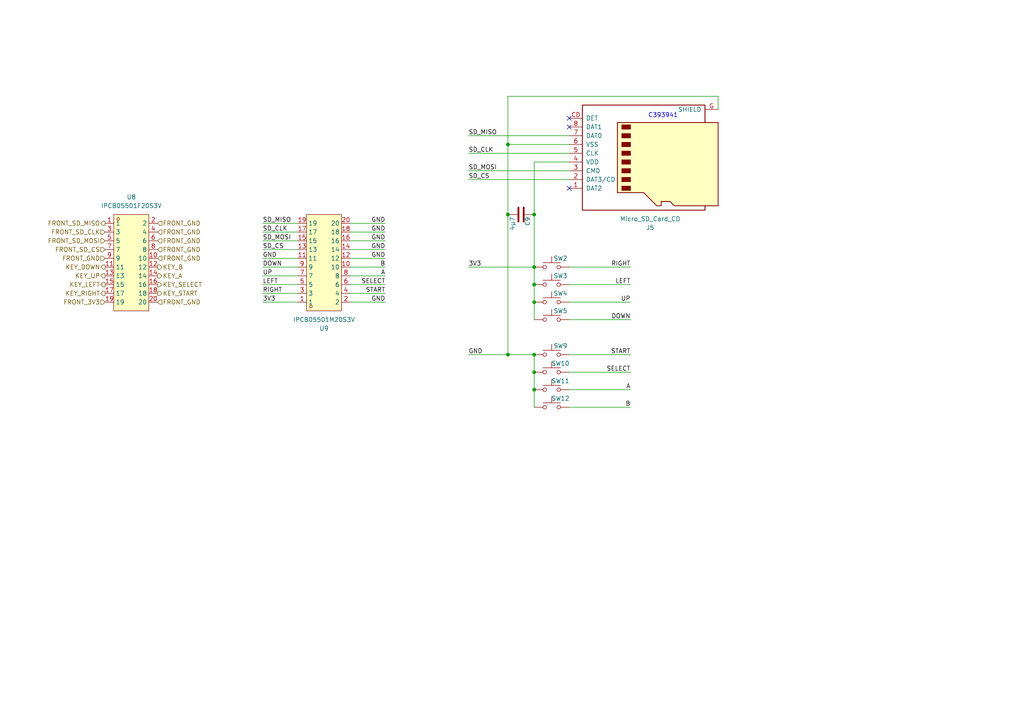
<source format=kicad_sch>
(kicad_sch (version 20231120) (generator "eeschema") (generator_version "8.0")
  (paper "A4")
  (lib_symbols
    (symbol "Device:C" (pin_numbers hide) (pin_names (offset 0.254))
      (property "Reference" "C" (at 0.635 2.54 0))
      (property "Value" "C" (at 0.635 -2.54 0))
      (symbol "C_0_1"
        (polyline (pts (xy -2.032 -0.762) (xy 2.032 -0.762)) (stroke (width 0.508)))
        (polyline (pts (xy -2.032 0.762) (xy 2.032 0.762)) (stroke (width 0.508)))
      )
      (symbol "C_1_1"
        (pin passive line (at 0 3.81 270) (length 2.794) (name "~") (number "1"))
        (pin passive line (at 0 -3.81 90) (length 2.794) (name "~") (number "2"))
      )
    )
    (symbol "Switch:SW_Push" (pin_numbers hide) (pin_names (offset 1.016) hide)
      (property "Reference" "SW" (at 1.27 2.54 0))
      (property "Value" "SW_Push" (at 0 -1.524 0))
      (symbol "SW_Push_0_1"
        (circle (center -2.032 0) (radius 0.508))
        (polyline (pts (xy 0 1.27) (xy 0 3.048)))
        (polyline (pts (xy 2.54 1.27) (xy -2.54 1.27)))
        (circle (center 2.032 0) (radius 0.508))
        (pin passive line (at -5.08 0 0) (length 2.54) (name "1") (number "1"))
        (pin passive line (at 5.08 0 180) (length 2.54) (name "2") (number "2"))
      )
    )
    (symbol "TheBrutzlers_Lib:Micro_SD_Card_CD" (pin_names (offset 1.016))
      (property "Reference" "J" (at -16.51 15.24 0))
      (property "Value" "Micro_SD_Card_CD" (at 16.51 15.24 0))
      (symbol "Micro_SD_Card_CD_0_1"
        (rectangle (start -7.62 -9.525) (end -5.08 -10.795) (fill (type outline)))
        (rectangle (start -7.62 -6.985) (end -5.08 -8.255) (fill (type outline)))
        (rectangle (start -7.62 -4.445) (end -5.08 -5.715) (fill (type outline)))
        (rectangle (start -7.62 -1.905) (end -5.08 -3.175) (fill (type outline)))
        (rectangle (start -7.62 0.635) (end -5.08 -0.635) (fill (type outline)))
        (rectangle (start -7.62 3.175) (end -5.08 1.905) (fill (type outline)))
        (rectangle (start -7.62 5.715) (end -5.08 4.445) (fill (type outline)))
        (rectangle (start -7.62 8.255) (end -5.08 6.985) (fill (type outline)))
        (polyline (pts (xy 16.51 12.7) (xy 16.51 13.97) (xy -19.05 13.97) (xy -19.05 -16.51) (xy 16.51 -16.51) (xy 16.51 -11.43)) (stroke (width 0.254)))
        (polyline (pts (xy -8.89 -11.43) (xy -8.89 8.89) (xy -1.27 8.89) (xy 2.54 12.7) (xy 3.81 12.7) (xy 3.81 11.43) (xy 6.35 11.43) (xy 7.62 12.7) (xy 20.32 12.7) (xy 20.32 -11.43) (xy -8.89 -11.43)) (stroke (width 0.254)) (fill (type background)))
      )
      (symbol "Micro_SD_Card_CD_1_1"
        (pin bidirectional line (at -22.86 7.62 0) (length 3.81) (name "DAT2") (number "1"))
        (pin bidirectional line (at -22.86 5.08 0) (length 3.81) (name "DAT3/CD") (number "2"))
        (pin input line (at -22.86 2.54 0) (length 3.81) (name "CMD") (number "3"))
        (pin power_in line (at -22.86 0 0) (length 3.81) (name "VDD") (number "4"))
        (pin input line (at -22.86 -2.54 0) (length 3.81) (name "CLK") (number "5"))
        (pin power_in line (at -22.86 -5.08 0) (length 3.81) (name "VSS") (number "6"))
        (pin bidirectional line (at -22.86 -7.62 0) (length 3.81) (name "DAT0") (number "7"))
        (pin bidirectional line (at -22.86 -10.16 0) (length 3.81) (name "DAT1") (number "8"))
        (pin output line (at -22.86 -12.7 0) (length 3.81) (name "DET") (number "CD"))
        (pin power_in line (at 20.32 -15.24 180) (length 3.81) (name "SHIELD") (number "G"))
      )
    )
    (symbol "easyeda2kicad:IPCB05501F20S3V"
      (property "Reference" "U" (at 0 17.78 0))
      (property "Value" "IPCB05501F20S3V" (at 0 -15.24 0))
      (symbol "IPCB05501F20S3V_0_1"
        (rectangle (start -5.08 15.24) (end 5.08 -12.7) (fill (type background)))
        (circle (center -3.81 13.97) (radius 0.38))
        (pin unspecified line (at -7.62 12.7 0) (length 2.54) (name "1") (number "1"))
        (pin unspecified line (at 7.62 2.54 180) (length 2.54) (name "10") (number "10"))
        (pin unspecified line (at -7.62 0 0) (length 2.54) (name "11") (number "11"))
        (pin unspecified line (at 7.62 0 180) (length 2.54) (name "12") (number "12"))
        (pin unspecified line (at -7.62 -2.54 0) (length 2.54) (name "13") (number "13"))
        (pin unspecified line (at 7.62 -2.54 180) (length 2.54) (name "14") (number "14"))
        (pin unspecified line (at -7.62 -5.08 0) (length 2.54) (name "15") (number "15"))
        (pin unspecified line (at 7.62 -5.08 180) (length 2.54) (name "16") (number "16"))
        (pin unspecified line (at -7.62 -7.62 0) (length 2.54) (name "17") (number "17"))
        (pin unspecified line (at 7.62 -7.62 180) (length 2.54) (name "18") (number "18"))
        (pin unspecified line (at -7.62 -10.16 0) (length 2.54) (name "19") (number "19"))
        (pin unspecified line (at 7.62 12.7 180) (length 2.54) (name "2") (number "2"))
        (pin unspecified line (at 7.62 -10.16 180) (length 2.54) (name "20") (number "20"))
        (pin unspecified line (at -7.62 10.16 0) (length 2.54) (name "3") (number "3"))
        (pin unspecified line (at 7.62 10.16 180) (length 2.54) (name "4") (number "4"))
        (pin unspecified line (at -7.62 7.62 0) (length 2.54) (name "5") (number "5"))
        (pin unspecified line (at 7.62 7.62 180) (length 2.54) (name "6") (number "6"))
        (pin unspecified line (at -7.62 5.08 0) (length 2.54) (name "7") (number "7"))
        (pin unspecified line (at 7.62 5.08 180) (length 2.54) (name "8") (number "8"))
        (pin unspecified line (at -7.62 2.54 0) (length 2.54) (name "9") (number "9"))
      )
    )
    (symbol "easyeda2kicad:IPCB05501M20S3V"
      (property "Reference" "U" (at 0 17.78 0))
      (property "Value" "IPCB05501M20S3V" (at 0 -15.24 0))
      (symbol "IPCB05501M20S3V_0_1"
        (rectangle (start -5.08 15.24) (end 5.08 -12.7) (fill (type background)))
        (circle (center -3.81 13.97) (radius 0.38))
        (pin unspecified line (at -7.62 12.7 0) (length 2.54) (name "1") (number "1"))
        (pin unspecified line (at 7.62 2.54 180) (length 2.54) (name "10") (number "10"))
        (pin unspecified line (at -7.62 0 0) (length 2.54) (name "11") (number "11"))
        (pin unspecified line (at 7.62 0 180) (length 2.54) (name "12") (number "12"))
        (pin unspecified line (at -7.62 -2.54 0) (length 2.54) (name "13") (number "13"))
        (pin unspecified line (at 7.62 -2.54 180) (length 2.54) (name "14") (number "14"))
        (pin unspecified line (at -7.62 -5.08 0) (length 2.54) (name "15") (number "15"))
        (pin unspecified line (at 7.62 -5.08 180) (length 2.54) (name "16") (number "16"))
        (pin unspecified line (at -7.62 -7.62 0) (length 2.54) (name "17") (number "17"))
        (pin unspecified line (at 7.62 -7.62 180) (length 2.54) (name "18") (number "18"))
        (pin unspecified line (at -7.62 -10.16 0) (length 2.54) (name "19") (number "19"))
        (pin unspecified line (at 7.62 12.7 180) (length 2.54) (name "2") (number "2"))
        (pin unspecified line (at 7.62 -10.16 180) (length 2.54) (name "20") (number "20"))
        (pin unspecified line (at -7.62 10.16 0) (length 2.54) (name "3") (number "3"))
        (pin unspecified line (at 7.62 10.16 180) (length 2.54) (name "4") (number "4"))
        (pin unspecified line (at -7.62 7.62 0) (length 2.54) (name "5") (number "5"))
        (pin unspecified line (at 7.62 7.62 180) (length 2.54) (name "6") (number "6"))
        (pin unspecified line (at -7.62 5.08 0) (length 2.54) (name "7") (number "7"))
        (pin unspecified line (at 7.62 5.08 180) (length 2.54) (name "8") (number "8"))
        (pin unspecified line (at -7.62 2.54 0) (length 2.54) (name "9") (number "9"))
      )
    )
  )
  (junction (at 154.94 107.95))
  (junction (at 154.94 87.63))
  (junction (at 154.94 82.55))
  (junction (at 147.32 62.23))
  (junction (at 154.94 62.23))
  (junction (at 154.94 102.87))
  (junction (at 154.94 77.47))
  (junction (at 147.32 102.87))
  (junction (at 147.32 41.91))
  (junction (at 154.94 113.03))
  (no_connect (at 165.1 54.61))
  (no_connect (at 165.1 36.83))
  (no_connect (at 165.1 34.29))
  (wire (pts (xy 165.1 92.71) (xy 182.88 92.71)))
  (wire (pts (xy 165.1 46.99) (xy 154.94 46.99)))
  (wire (pts (xy 111.76 67.31) (xy 101.6 67.31)))
  (wire (pts (xy 76.2 80.01) (xy 86.36 80.01)))
  (wire (pts (xy 147.32 102.87) (xy 154.94 102.87)))
  (wire (pts (xy 208.28 27.94) (xy 147.32 27.94)))
  (wire (pts (xy 76.2 82.55) (xy 86.36 82.55)))
  (wire (pts (xy 165.1 44.45) (xy 135.89 44.45)))
  (wire (pts (xy 135.89 77.47) (xy 154.94 77.47)))
  (wire (pts (xy 111.76 69.85) (xy 101.6 69.85)))
  (wire (pts (xy 165.1 82.55) (xy 182.88 82.55)))
  (wire (pts (xy 154.94 102.87) (xy 154.94 107.95)))
  (wire (pts (xy 154.94 87.63) (xy 154.94 92.71)))
  (wire (pts (xy 165.1 77.47) (xy 182.88 77.47)))
  (wire (pts (xy 208.28 31.75) (xy 208.28 27.94)))
  (wire (pts (xy 154.94 77.47) (xy 154.94 82.55)))
  (wire (pts (xy 147.32 41.91) (xy 165.1 41.91)))
  (wire (pts (xy 111.76 80.01) (xy 101.6 80.01)))
  (wire (pts (xy 76.2 85.09) (xy 86.36 85.09)))
  (wire (pts (xy 111.76 85.09) (xy 101.6 85.09)))
  (wire (pts (xy 111.76 87.63) (xy 101.6 87.63)))
  (wire (pts (xy 165.1 49.53) (xy 135.89 49.53)))
  (wire (pts (xy 147.32 62.23) (xy 147.32 102.87)))
  (wire (pts (xy 154.94 113.03) (xy 154.94 118.11)))
  (wire (pts (xy 165.1 52.07) (xy 135.89 52.07)))
  (wire (pts (xy 165.1 107.95) (xy 182.88 107.95)))
  (wire (pts (xy 147.32 41.91) (xy 147.32 62.23)))
  (wire (pts (xy 111.76 64.77) (xy 101.6 64.77)))
  (wire (pts (xy 76.2 87.63) (xy 86.36 87.63)))
  (wire (pts (xy 76.2 77.47) (xy 86.36 77.47)))
  (wire (pts (xy 111.76 82.55) (xy 101.6 82.55)))
  (wire (pts (xy 165.1 102.87) (xy 182.88 102.87)))
  (wire (pts (xy 154.94 46.99) (xy 154.94 62.23)))
  (wire (pts (xy 76.2 69.85) (xy 86.36 69.85)))
  (wire (pts (xy 111.76 74.93) (xy 101.6 74.93)))
  (wire (pts (xy 165.1 118.11) (xy 182.88 118.11)))
  (wire (pts (xy 111.76 72.39) (xy 101.6 72.39)))
  (wire (pts (xy 154.94 62.23) (xy 154.94 77.47)))
  (wire (pts (xy 76.2 64.77) (xy 86.36 64.77)))
  (wire (pts (xy 76.2 74.93) (xy 86.36 74.93)))
  (wire (pts (xy 147.32 27.94) (xy 147.32 41.91)))
  (wire (pts (xy 154.94 82.55) (xy 154.94 87.63)))
  (wire (pts (xy 154.94 107.95) (xy 154.94 113.03)))
  (wire (pts (xy 111.76 77.47) (xy 101.6 77.47)))
  (wire (pts (xy 165.1 113.03) (xy 182.88 113.03)))
  (wire (pts (xy 135.89 102.87) (xy 147.32 102.87)))
  (wire (pts (xy 165.1 87.63) (xy 182.88 87.63)))
  (wire (pts (xy 135.89 39.37) (xy 165.1 39.37)))
  (wire (pts (xy 76.2 67.31) (xy 86.36 67.31)))
  (wire (pts (xy 76.2 72.39) (xy 86.36 72.39)))
  (text "C393941" (at 187.96 34.29 0) (effects (font (size 1.27 1.27)) (justify left bottom)))
  (label "UP" (at 182.88 87.63 180))
  (label "START" (at 182.88 102.87 180))
  (label "B" (at 182.88 118.11 180))
  (label "SD_CS" (at 135.89 52.07 0))
  (label "DOWN" (at 182.88 92.71 180))
  (label "LEFT" (at 182.88 82.55 180))
  (label "GND" (at 111.76 64.77 180))
  (label "SD_MISO" (at 135.89 39.37 0))
  (label "START" (at 111.76 85.09 180))
  (label "GND" (at 111.76 72.39 180))
  (label "B" (at 111.76 77.47 180))
  (label "RIGHT" (at 76.2 85.09 0))
  (label "SD_CLK" (at 76.2 67.31 0))
  (label "LEFT" (at 76.2 82.55 0))
  (label "RIGHT" (at 182.88 77.47 180))
  (label "SD_CS" (at 76.2 72.39 0))
  (label "SD_CLK" (at 135.89 44.45 0))
  (label "3V3" (at 135.89 77.47 0))
  (label "SD_MOSI" (at 76.2 69.85 0))
  (label "GND" (at 111.76 87.63 180))
  (label "A" (at 111.76 80.01 180))
  (label "UP" (at 76.2 80.01 0))
  (label "GND" (at 111.76 67.31 180))
  (label "SD_MISO" (at 76.2 64.77 0))
  (label "SELECT" (at 111.76 82.55 180))
  (label "DOWN" (at 76.2 77.47 0))
  (label "GND" (at 76.2 74.93 0))
  (label "SELECT" (at 182.88 107.95 180))
  (label "GND" (at 111.76 69.85 180))
  (label "SD_MOSI" (at 135.89 49.53 0))
  (label "A" (at 182.88 113.03 180))
  (label "GND" (at 135.89 102.87 0))
  (label "GND" (at 111.76 74.93 180))
  (label "3V3" (at 76.2 87.63 0))
  (hierarchical_label "FRONT_GND" (shape input) (at 45.72 87.63 0))
  (hierarchical_label "FRONT_3V3" (shape input) (at 30.48 87.63 180))
  (hierarchical_label "FRONT_GND" (shape input) (at 45.72 64.77 0))
  (hierarchical_label "KEY_LEFT" (shape output) (at 30.48 82.55 180))
  (hierarchical_label "KEY_DOWN" (shape output) (at 30.48 77.47 180))
  (hierarchical_label "KEY_RIGHT" (shape output) (at 30.48 85.09 180))
  (hierarchical_label "FRONT_SD_MOSI" (shape input) (at 30.48 69.85 180))
  (hierarchical_label "FRONT_GND" (shape input) (at 45.72 67.31 0))
  (hierarchical_label "KEY_A" (shape output) (at 45.72 80.01 0))
  (hierarchical_label "FRONT_SD_MISO" (shape output) (at 30.48 64.77 180))
  (hierarchical_label "FRONT_GND" (shape input) (at 45.72 69.85 0))
  (hierarchical_label "FRONT_GND" (shape input) (at 30.48 74.93 180))
  (hierarchical_label "FRONT_SD_CS" (shape input) (at 30.48 72.39 180))
  (hierarchical_label "KEY_START" (shape output) (at 45.72 85.09 0))
  (hierarchical_label "KEY_B" (shape output) (at 45.72 77.47 0))
  (hierarchical_label "FRONT_SD_CLK" (shape input) (at 30.48 67.31 180))
  (hierarchical_label "FRONT_GND" (shape input) (at 45.72 72.39 0))
  (hierarchical_label "KEY_UP" (shape output) (at 30.48 80.01 180))
  (hierarchical_label "FRONT_GND" (shape input) (at 45.72 74.93 0))
  (hierarchical_label "KEY_SELECT" (shape output) (at 45.72 82.55 0))
  (symbol (lib_id "easyeda2kicad:IPCB05501M20S3V") (at 93.98 74.93 0) (mirror x) (unit 1)
    (property "Reference" "U9" (at 93.98 95.25 0))
    (property "Value" "IPCB05501M20S3V" (at 93.98 92.71 0))
    (property "Footprint" "easyeda2kicad:CONN-SMD_20P-P0.50_INCP_IPCB05501M20S3V" (effects (hide yes)))
    (property "LCSC Part" "C5290329" (effects (hide yes)))
  )
  (symbol (lib_id "TheBrutzlers_Lib:Micro_SD_Card_CD") (at 187.96 46.99 0) (mirror x) (unit 1)
    (property "Reference" "J5" (at 188.595 66.04 0))
    (property "Value" "Micro_SD_Card_CD" (at 188.595 63.5 0))
    (property "Footprint" "TheBrutzlers_Lib:MicroSD_Self_ bomb" (effects (hide yes)))
    (property "Datasheet" "https://datasheet.lcsc.com/lcsc/1912111437_SHOU-HAN-TF-PUSH_C393941.pdf" (effects (hide yes)))
    (property "LCSC" "C393941" (effects (hide yes)))
  )
  (symbol (lib_id "Switch:SW_Push") (at 160.02 92.71 0) (unit 1)
    (property "Reference" "SW5" (at 162.56 90.17 0))
    (property "Value" "SW_Push" (effects (hide yes)))
    (property "Footprint" "TheBrutzlers_Lib:RubberpadButton_250µ_250µ" (effects (hide yes)))
  )
  (symbol (lib_id "Device:C") (at 151.13 62.23 270) (unit 1)
    (property "Reference" "C9" (at 153.035 62.865 0) (effects (justify left)))
    (property "Value" "4µ7" (at 148.59 62.865 0) (effects (justify left)))
    (property "Footprint" "Capacitor_SMD:C_1206_3216Metric" (effects (hide yes)))
  )
  (symbol (lib_id "Switch:SW_Push") (at 160.02 113.03 0) (unit 1)
    (property "Reference" "SW11" (at 162.56 110.49 0))
    (property "Value" "SW_Push" (effects (hide yes)))
    (property "Footprint" "TheBrutzlers_Lib:RubberpadButton_250µ_250µ" (effects (hide yes)))
  )
  (symbol (lib_id "Switch:SW_Push") (at 160.02 118.11 0) (unit 1)
    (property "Reference" "SW12" (at 162.56 115.57 0))
    (property "Value" "SW_Push" (effects (hide yes)))
    (property "Footprint" "TheBrutzlers_Lib:RubberpadButton_250µ_250µ" (effects (hide yes)))
  )
  (symbol (lib_id "Switch:SW_Push") (at 160.02 77.47 0) (unit 1)
    (property "Reference" "SW2" (at 162.56 74.93 0))
    (property "Value" "SW_Push" (effects (hide yes)))
    (property "Footprint" "TheBrutzlers_Lib:RubberpadButton_250µ_250µ" (effects (hide yes)))
  )
  (symbol (lib_id "Switch:SW_Push") (at 160.02 87.63 0) (unit 1)
    (property "Reference" "SW4" (at 162.56 85.09 0))
    (property "Value" "SW_Push" (effects (hide yes)))
    (property "Footprint" "TheBrutzlers_Lib:RubberpadButton_250µ_250µ" (effects (hide yes)))
  )
  (symbol (lib_id "Switch:SW_Push") (at 160.02 102.87 0) (unit 1)
    (property "Reference" "SW9" (at 162.56 100.33 0))
    (property "Value" "SW_Push" (effects (hide yes)))
    (property "Footprint" "TheBrutzlers_Lib:RubberpadButton_250µ_250µ" (effects (hide yes)))
  )
  (symbol (lib_id "Switch:SW_Push") (at 160.02 82.55 0) (unit 1)
    (property "Reference" "SW3" (at 162.56 80.01 0))
    (property "Value" "SW_Push" (effects (hide yes)))
    (property "Footprint" "TheBrutzlers_Lib:RubberpadButton_250µ_250µ" (effects (hide yes)))
  )
  (symbol (lib_id "easyeda2kicad:IPCB05501F20S3V") (at 38.1 77.47 0) (unit 1)
    (property "Reference" "U8" (at 38.1 57.15 0))
    (property "Value" "IPCB05501F20S3V" (at 38.1 59.69 0))
    (property "Footprint" "easyeda2kicad:CONN-SMD_20P-P0.50_INCP_IPCB05501F20S3V" (effects (hide yes)))
    (property "LCSC Part" "C5290330" (effects (hide yes)))
  )
  (symbol (lib_id "Switch:SW_Push") (at 160.02 107.95 0) (unit 1)
    (property "Reference" "SW10" (at 162.56 105.41 0))
    (property "Value" "SW_Push" (effects (hide yes)))
    (property "Footprint" "TheBrutzlers_Lib:RubberpadButton_250µ_250µ" (effects (hide yes)))
  )
)
</source>
